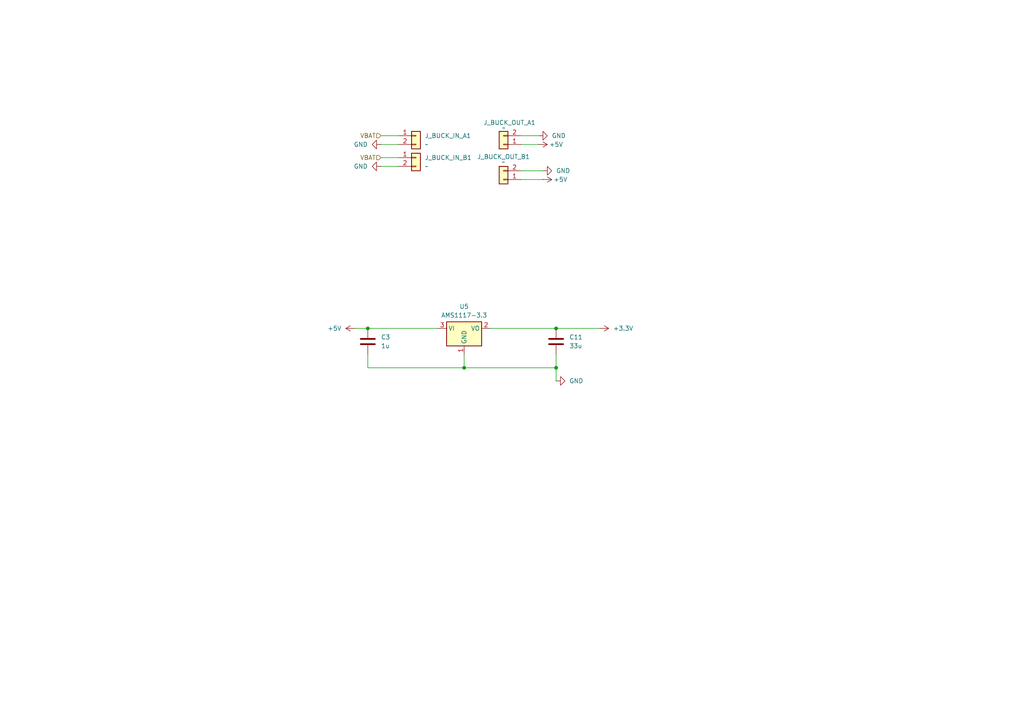
<source format=kicad_sch>
(kicad_sch (version 20250114) (generator "eeschema") (generator_version "9.0")
  (paper "A4")
  (lib_symbols
    (symbol "Connector_Generic:Conn_01x02" (pin_names (offset 1.016) (hide yes))
      (property "Reference" "J" (at 0 2.54 0))
      (property "Value" "Conn_01x02" (at 0 -5.08 0))
      (symbol "Conn_01x02_1_1"
        (rectangle (start -1.27 1.27) (end 1.27 -3.81) (stroke (width 0.254)) (fill (type background)))
        (rectangle (start -1.27 0.127) (end 0 -0.127) (stroke (width 0.1524)))
        (rectangle (start -1.27 -2.413) (end 0 -2.667) (stroke (width 0.1524)))
        (pin passive line (at -5.08 0 0) (length 3.81) (name "Pin_1") (number "1"))
        (pin passive line (at -5.08 -2.54 0) (length 3.81) (name "Pin_2") (number "2"))
      )
    )
    (symbol "Device:C" (pin_numbers (hide yes)) (pin_names (offset 0.254))
      (property "Reference" "C" (at 0.635 2.54 0))
      (property "Value" "C" (at 0.635 -2.54 0))
      (symbol "C_0_1"
        (polyline (pts (xy -2.032 0.762) (xy 2.032 0.762)) (stroke (width 0.508)))
        (polyline (pts (xy -2.032 -0.762) (xy 2.032 -0.762)) (stroke (width 0.508)))
      )
      (symbol "C_1_1"
        (pin passive line (at 0 3.81 270) (length 2.794) (name "~") (number "1"))
        (pin passive line (at 0 -3.81 90) (length 2.794) (name "~") (number "2"))
      )
    )
    (symbol "Regulator_Linear:AMS1117-3.3"
      (property "Reference" "U" (at -3.81 3.175 0))
      (property "Value" "AMS1117-3.3" (at 0 3.175 0))
      (symbol "AMS1117-3.3_0_1"
        (rectangle (start -5.08 -5.08) (end 5.08 1.905) (stroke (width 0.254)) (fill (type background)))
      )
      (symbol "AMS1117-3.3_1_1"
        (pin power_in line (at -7.62 0 0) (length 2.54) (name "VI") (number "3"))
        (pin power_in line (at 0 -7.62 90) (length 2.54) (name "GND") (number "1"))
        (pin power_out line (at 7.62 0 180) (length 2.54) (name "VO") (number "2"))
      )
    )
    (symbol "power:+3.3V" (power) (pin_numbers (hide yes)) (pin_names (offset 0) (hide yes))
      (property "Value" "+3.3V" (at 0 3.556 0))
      (symbol "+3.3V_0_1"
        (polyline (pts (xy -0.762 1.27) (xy 0 2.54)))
        (polyline (pts (xy 0 2.54) (xy 0.762 1.27)))
        (polyline (pts (xy 0 0) (xy 0 2.54)))
      )
      (symbol "+3.3V_1_1"
        (pin power_in line (at 0 0 90) (length 0) (name "~") (number "1"))
      )
    )
    (symbol "power:+5V" (power) (pin_numbers (hide yes)) (pin_names (offset 0) (hide yes))
      (property "Value" "+5V" (at 0 3.556 0))
      (symbol "+5V_0_1"
        (polyline (pts (xy -0.762 1.27) (xy 0 2.54)))
        (polyline (pts (xy 0 2.54) (xy 0.762 1.27)))
        (polyline (pts (xy 0 0) (xy 0 2.54)))
      )
      (symbol "+5V_1_1"
        (pin power_in line (at 0 0 90) (length 0) (name "~") (number "1"))
      )
    )
    (symbol "power:GND" (power) (pin_numbers (hide yes)) (pin_names (offset 0) (hide yes))
      (property "Value" "GND" (at 0 -3.81 0))
      (symbol "GND_0_1"
        (polyline (pts (xy 0 0) (xy 0 -1.27) (xy 1.27 -1.27) (xy 0 -2.54) (xy -1.27 -1.27) (xy 0 -1.27)))
      )
      (symbol "GND_1_1"
        (pin power_in line (at 0 0 270) (length 0) (name "~") (number "1"))
      )
    )
  )
  (junction (at 106.68 95.25))
  (junction (at 161.29 95.25))
  (junction (at 161.29 106.68))
  (junction (at 134.62 106.68))
  (wire (pts (xy 106.68 106.68) (xy 134.62 106.68)))
  (wire (pts (xy 134.62 106.68) (xy 161.29 106.68)))
  (wire (pts (xy 110.49 39.37) (xy 115.57 39.37)))
  (wire (pts (xy 151.13 41.91) (xy 156.21 41.91)))
  (wire (pts (xy 151.13 52.07) (xy 157.48 52.07)))
  (wire (pts (xy 161.29 110.49) (xy 161.29 106.68)))
  (wire (pts (xy 157.48 49.53) (xy 151.13 49.53)))
  (wire (pts (xy 134.62 102.87) (xy 134.62 106.68)))
  (wire (pts (xy 161.29 106.68) (xy 161.29 102.87)))
  (wire (pts (xy 102.87 95.25) (xy 106.68 95.25)))
  (wire (pts (xy 106.68 106.68) (xy 106.68 102.87)))
  (wire (pts (xy 151.13 39.37) (xy 156.21 39.37)))
  (wire (pts (xy 106.68 95.25) (xy 127 95.25)))
  (wire (pts (xy 110.49 41.91) (xy 115.57 41.91)))
  (wire (pts (xy 110.49 48.26) (xy 115.57 48.26)))
  (wire (pts (xy 161.29 95.25) (xy 173.99 95.25)))
  (wire (pts (xy 142.24 95.25) (xy 161.29 95.25)))
  (wire (pts (xy 110.49 45.72) (xy 115.57 45.72)))
  (hierarchical_label "VBAT" (shape input) (at 110.49 45.72 180))
  (hierarchical_label "VBAT" (shape input) (at 110.49 39.37 180))
  (symbol (lib_id "power:+5V") (at 157.48 52.07 270) (unit 1)
    (property "Reference" "#PWR041" (effects (hide yes)))
    (property "Value" "+5V" (at 162.56 52.07 90))
    (property "Description" "Power symbol creates a global label with name \"+5V\"" (effects (hide yes)))
  )
  (symbol (lib_id "Connector_Generic:Conn_01x02") (at 146.05 52.07 180) (unit 1)
    (property "Reference" "J_BUCK_OUT_B1" (at 146.05 45.466 0))
    (property "Value" "~" (at 146.05 46.99 0))
    (property "Footprint" "Capacitor_SMD:C_0805_2012Metric_Pad1.18x1.45mm_HandSolder" (effects (hide yes)))
    (property "Description" "Generic connector, single row, 01x02, script generated (kicad-library-utils/schlib/autogen/connector/)" (effects (hide yes)))
  )
  (symbol (lib_id "power:GND") (at 157.48 49.53 90) (unit 1)
    (property "Reference" "#PWR042" (effects (hide yes)))
    (property "Value" "GND" (at 161.29 49.5301 90) (effects (justify right)))
    (property "Description" "Power symbol creates a global label with name \"GND\" , ground" (effects (hide yes)))
  )
  (symbol (lib_id "power:+5V") (at 102.87 95.25 90) (unit 1)
    (property "Reference" "#PWR022" (effects (hide yes)))
    (property "Value" "+5V" (at 99.06 95.2499 90) (effects (justify left)))
    (property "Description" "Power symbol creates a global label with name \"+5V\"" (effects (hide yes)))
  )
  (symbol (lib_id "Connector_Generic:Conn_01x02") (at 120.65 45.72 0) (unit 1)
    (property "Reference" "J_BUCK_IN_B1" (at 123.19 45.7199 0) (effects (justify left)))
    (property "Value" "~" (at 123.19 48.2599 0) (effects (justify left)))
    (property "Footprint" "Capacitor_SMD:C_0805_2012Metric_Pad1.18x1.45mm_HandSolder" (effects (hide yes)))
    (property "Description" "Generic connector, single row, 01x02, script generated (kicad-library-utils/schlib/autogen/connector/)" (effects (hide yes)))
  )
  (symbol (lib_id "Device:C") (at 161.29 99.06 0) (unit 1)
    (property "Reference" "C11" (at 165.1 97.7899 0) (effects (justify left)))
    (property "Value" "33u" (at 165.1 100.3299 0) (effects (justify left)))
    (property "Footprint" "Capacitor_SMD:C_0805_2012Metric_Pad1.18x1.45mm_HandSolder" (effects (hide yes)))
    (property "Description" "Unpolarized capacitor" (effects (hide yes)))
  )
  (symbol (lib_id "Device:C") (at 106.68 99.06 0) (unit 1)
    (property "Reference" "C3" (at 110.49 97.7899 0) (effects (justify left)))
    (property "Value" "1u" (at 110.49 100.3299 0) (effects (justify left)))
    (property "Footprint" "Capacitor_SMD:C_0805_2012Metric_Pad1.18x1.45mm_HandSolder" (effects (hide yes)))
    (property "Description" "Unpolarized capacitor" (effects (hide yes)))
  )
  (symbol (lib_id "power:GND") (at 110.49 41.91 270) (unit 1)
    (property "Reference" "#PWR028" (effects (hide yes)))
    (property "Value" "GND" (at 106.68 41.9099 90) (effects (justify right)))
    (property "Description" "Power symbol creates a global label with name \"GND\" , ground" (effects (hide yes)))
  )
  (symbol (lib_id "power:GND") (at 110.49 48.26 270) (unit 1)
    (property "Reference" "#PWR036" (effects (hide yes)))
    (property "Value" "GND" (at 106.68 48.2599 90) (effects (justify right)))
    (property "Description" "Power symbol creates a global label with name \"GND\" , ground" (effects (hide yes)))
  )
  (symbol (lib_id "Regulator_Linear:AMS1117-3.3") (at 134.62 95.25 0) (unit 1)
    (property "Reference" "U5" (at 134.62 88.9 0))
    (property "Value" "AMS1117-3.3" (at 134.62 91.44 0))
    (property "Footprint" "Package_TO_SOT_SMD:SOT-223-3_TabPin2" (effects (hide yes)))
    (property "Datasheet" "http://www.advanced-monolithic.com/pdf/ds1117.pdf" (effects (hide yes)))
    (property "Description" "1A Low Dropout regulator, positive, 3.3V fixed output, SOT-223" (effects (hide yes)))
  )
  (symbol (lib_id "power:+5V") (at 156.21 41.91 270) (unit 1)
    (property "Reference" "#PWR030" (effects (hide yes)))
    (property "Value" "+5V" (at 161.29 41.91 90))
    (property "Description" "Power symbol creates a global label with name \"+5V\"" (effects (hide yes)))
  )
  (symbol (lib_id "Connector_Generic:Conn_01x02") (at 146.05 41.91 180) (unit 1)
    (property "Reference" "J_BUCK_OUT_A1" (at 140.208 35.56 0) (effects (justify right)))
    (property "Value" "~" (at 145.542 37.084 0) (effects (justify right)))
    (property "Footprint" "Capacitor_SMD:C_0805_2012Metric_Pad1.18x1.45mm_HandSolder" (effects (hide yes)))
    (property "Description" "Generic connector, single row, 01x02, script generated (kicad-library-utils/schlib/autogen/connector/)" (effects (hide yes)))
  )
  (symbol (lib_id "power:GND") (at 161.29 110.49 90) (unit 1)
    (property "Reference" "#PWR09" (effects (hide yes)))
    (property "Value" "GND" (at 165.1 110.4899 90) (effects (justify right)))
    (property "Description" "Power symbol creates a global label with name \"GND\" , ground" (effects (hide yes)))
  )
  (symbol (lib_id "power:GND") (at 156.21 39.37 90) (unit 1)
    (property "Reference" "#PWR043" (effects (hide yes)))
    (property "Value" "GND" (at 160.02 39.3701 90) (effects (justify right)))
    (property "Description" "Power symbol creates a global label with name \"GND\" , ground" (effects (hide yes)))
  )
  (symbol (lib_id "Connector_Generic:Conn_01x02") (at 120.65 39.37 0) (unit 1)
    (property "Reference" "J_BUCK_IN_A1" (at 123.19 39.3699 0) (effects (justify left)))
    (property "Value" "~" (at 123.19 41.9099 0) (effects (justify left)))
    (property "Footprint" "Capacitor_SMD:C_0805_2012Metric_Pad1.18x1.45mm_HandSolder" (effects (hide yes)))
    (property "Description" "Generic connector, single row, 01x02, script generated (kicad-library-utils/schlib/autogen/connector/)" (effects (hide yes)))
  )
  (symbol (lib_id "power:+3.3V") (at 173.99 95.25 270) (unit 1)
    (property "Reference" "#PWR021" (effects (hide yes)))
    (property "Value" "+3.3V" (at 177.8 95.2499 90) (effects (justify left)))
    (property "Description" "Power symbol creates a global label with name \"+3.3V\"" (effects (hide yes)))
  )
)
</source>
